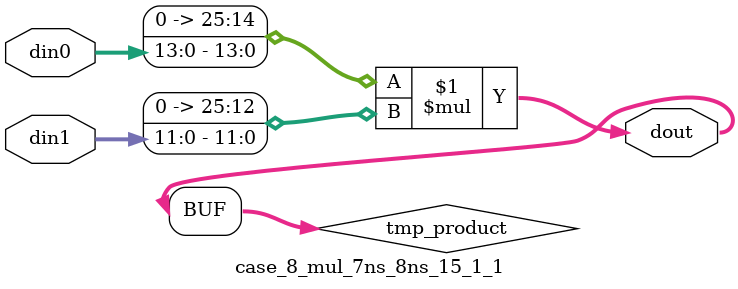
<source format=v>

`timescale 1 ns / 1 ps

 (* use_dsp = "no" *)  module case_8_mul_7ns_8ns_15_1_1(din0, din1, dout);
parameter ID = 1;
parameter NUM_STAGE = 0;
parameter din0_WIDTH = 14;
parameter din1_WIDTH = 12;
parameter dout_WIDTH = 26;

input [din0_WIDTH - 1 : 0] din0; 
input [din1_WIDTH - 1 : 0] din1; 
output [dout_WIDTH - 1 : 0] dout;

wire signed [dout_WIDTH - 1 : 0] tmp_product;
























assign tmp_product = $signed({1'b0, din0}) * $signed({1'b0, din1});











assign dout = tmp_product;





















endmodule

</source>
